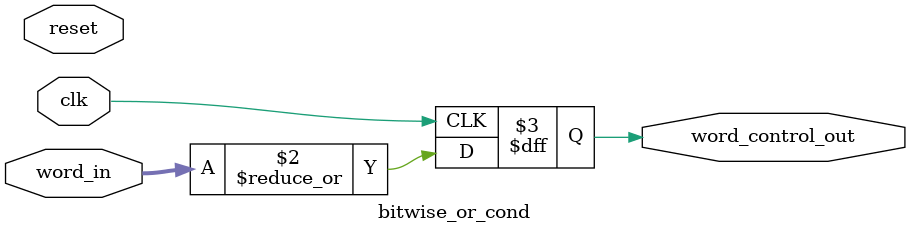
<source format=v>
module bitwise_or_cond #(
                              parameter BUS_SIZE = 32,
                              parameter WORD_SIZE = 4,
                              parameter WORD_NUM = BUS_SIZE / WORD_SIZE
                              )
   (input clk,
    input                 reset,
    input [WORD_SIZE-1:0] word_in,
    output reg            word_control_out);

   always @ (posedge clk) begin
      word_control_out <= | word_in;
   end

endmodule // bitwise_cluster_cond

</source>
